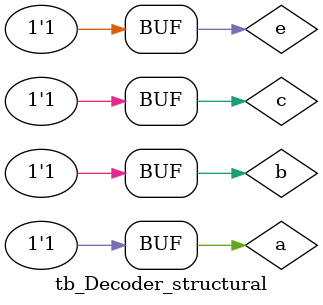
<source format=v>
`timescale 1ns / 1ps


module tb_Decoder_structural;
 //Inputs to be definsed as registers
    reg e;
    reg a;
    reg b;
    reg c;
   
    //Outputs to be defined as wires
    wire d0;
    wire d1;
    wire d2;
    wire d3;
    wire d4;
    wire d5;
    wire d6;
    wire d7;
   
    //Instantiate the Unit Under Test (UUT)
    Decoder_structural uut(
        .e(e),
        .a(a),
        .b(b),
        .c(c),
        .d0(d0),
        .d1(d1),
        .d2(d2),
        .d3(d3),
        .d4(d4),
        .d5(d5),
        .d6(d6),
        .d7(d7)
       
       
        );
       
     initial begin
     //Initialize Inputs
     e=0;
     a=0;
     b=0;
     c=0;
     
     //Wait 50 ns for global reset to finish
     #50;
     
     //Stimilus - All input combinations followed by some wait time to observe the o/p
     e=0;
     a=0;
     b=0;
     c=0;
     $display ("TC01");
     if(d0!=1'b0) $display ("Result is wrong");
     
     e=0;
     a=0;
     b=0;
     c=1;
     #50;
     $display ("TC02");
     if(d1!=1'b0) $display ("Result is wrong");
     
     e=0;
     a=0;
     b=1;
     c=0;
     #50;
     $display ("TC03");
     if(d2!=1'b0) $display ("Result is wrong");
     
     e=0;
     a=0;
     b=1;
     c=1;
     #50;
     $display ("TC04");
     if(d3!=1'b0) $display ("Result is wrong");
     
     e=0;
     a=1;
     b=0;
     c=0;
     #50;
     $display ("TC05");
     if(d4!=1'b0) $display ("Result is wrong");
     
     e=0;
     a=1;
     b=0;
     c=1;
     #50;
     $display ("TC06");
     if(d5!=1'b0) $display ("Result is wrong");
     
     e=0;
     a=1;
     b=1;
     c=0;
     #50;
     $display ("TC07");
     if(d6!=1'b0) $display ("Result is wrong");
     
     e=0;
     a=1;
     b=1;
     c=1;
     #50;
     $display ("TC08");
     if(d7!=1'b0) $display ("Result is wrong");
     
     e=1;
     a=0;
     b=0;
     c=0;
     #50;
     $display ("TC11");
     if(d0!=1'b1) $display ("Result is wrong");
     
     e=1;
     a=0;
     b=0;
     c=1;
     #50;
     $display ("TC12");
     if(d1!=1'b1) $display ("Result is wrong");
     
     e=1;
     a=0;
     b=1;
     c=0;
     #50;
     $display ("TC13");
     if(d2!=1'b1) $display ("Result is wrong");
     
     e=1;
     a=0;
     b=1;
     c=1;
     #50;
     $display ("TC14");
     if(d3!=1'b1) $display ("Result is wrong");
     
     e=1;
     a=1;
     b=0;
     c=0;
     #50;
     $display ("TC15");
     if(d5!=1'b1) $display ("Result is wrong");
     
     e=1;
     a=1;
     b=0;
     c=1;
     #50;
     $display ("TC16");
     if(d5!=1'b1) $display ("Result is wrong");
     
     e=1;
     a=1;
     b=1;
     c=0;
     #50;
     $display ("TC17");
     if(d6!=1'b1) $display ("Result is wrong");
     
     e=1;
     a=1;
     b=1;
     c=1;
     #50;
     $display ("TC18");
     if(d7!=1'b1) $display ("Result is wrong");
     
     end
endmodule


</source>
